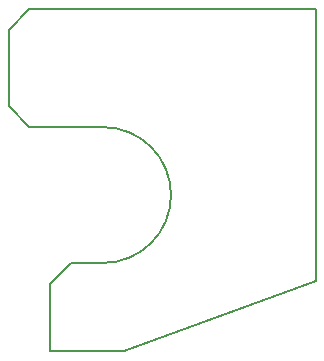
<source format=gbr>
G04 #@! TF.FileFunction,Profile,NP*
%FSLAX46Y46*%
G04 Gerber Fmt 4.6, Leading zero omitted, Abs format (unit mm)*
G04 Created by KiCad (PCBNEW 4.0.4+dfsg1-stable) date Thu Feb  9 13:36:58 2017*
%MOMM*%
%LPD*%
G01*
G04 APERTURE LIST*
%ADD10C,0.100000*%
%ADD11C,0.150000*%
G04 APERTURE END LIST*
D10*
D11*
X114250000Y-82250000D02*
X112500000Y-84000000D01*
X109000000Y-62500000D02*
X110750000Y-60750000D01*
X110750000Y-70750000D02*
X109000000Y-69000000D01*
X117000000Y-82250000D02*
X114250000Y-82250000D01*
X110750000Y-60750000D02*
X135000000Y-60750000D01*
X109000000Y-69000000D02*
X109000000Y-62500000D01*
X117000000Y-70750000D02*
X110750000Y-70750000D01*
X112500000Y-89750000D02*
X118750000Y-89750000D01*
X112500000Y-84000000D02*
X112500000Y-89750000D01*
X135000000Y-83750000D02*
X118750000Y-89750000D01*
X135000000Y-60750000D02*
X135000000Y-83750000D01*
X117000000Y-82250000D02*
G75*
G03X117000000Y-70750000I0J5750000D01*
G01*
M02*

</source>
